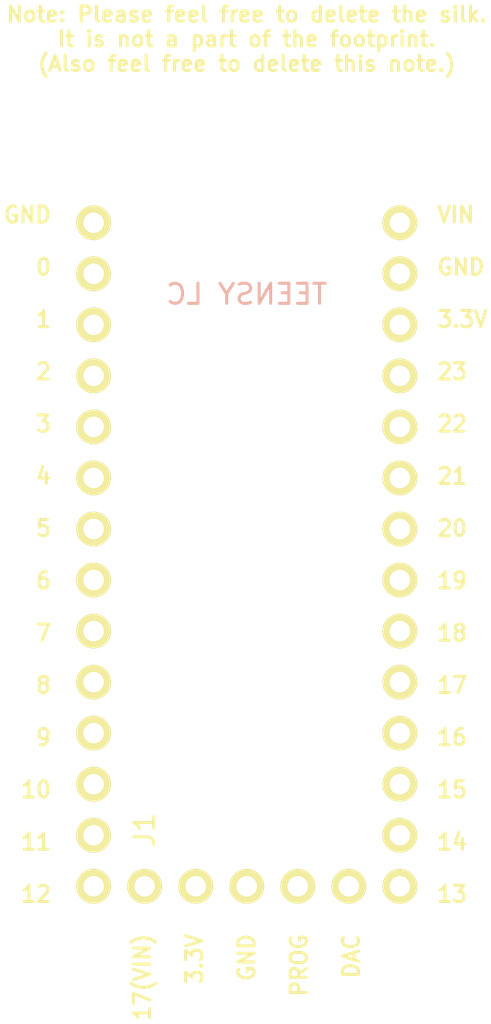
<source format=kicad_pcb>
(kicad_pcb (version 4) (host pcbnew 4.0.1-3.201512221402+6198~38~ubuntu14.04.1-stable)

  (general
    (links 3)
    (no_connects 3)
    (area 90.094999 71.043799 178.510001 123.265001)
    (thickness 1.6)
    (drawings 21)
    (tracks 0)
    (zones 0)
    (modules 1)
    (nets 3)
  )

  (page A4)
  (title_block
    (company "This design uses a KiCad DIP template created by Jenner at Wickerbox Electronics")
    (comment 1 "Released under the CERN Open Hardware License v1.2")
  )

  (layers
    (0 F.Cu signal)
    (31 B.Cu signal)
    (34 B.Paste user)
    (35 F.Paste user)
    (36 B.SilkS user)
    (37 F.SilkS user)
    (38 B.Mask user)
    (39 F.Mask user)
    (44 Edge.Cuts user)
    (46 B.CrtYd user hide)
    (47 F.CrtYd user)
    (48 B.Fab user hide)
    (49 F.Fab user hide)
  )

  (setup
    (last_trace_width 0.254)
    (user_trace_width 0.1524)
    (user_trace_width 0.254)
    (user_trace_width 0.3302)
    (user_trace_width 0.508)
    (user_trace_width 0.762)
    (user_trace_width 1.27)
    (trace_clearance 0.254)
    (zone_clearance 0.508)
    (zone_45_only no)
    (trace_min 0.1524)
    (segment_width 0.15)
    (edge_width 0.15)
    (via_size 0.6858)
    (via_drill 0.3302)
    (via_min_size 0.6858)
    (via_min_drill 0.3302)
    (user_via 0.6858 0.3302)
    (user_via 0.762 0.4064)
    (user_via 0.8636 0.508)
    (uvia_size 0.6858)
    (uvia_drill 0.3302)
    (uvias_allowed no)
    (uvia_min_size 0)
    (uvia_min_drill 0)
    (pcb_text_width 0.1524)
    (pcb_text_size 0.762 0.762)
    (mod_edge_width 0.15)
    (mod_text_size 0.762 0.762)
    (mod_text_width 0.1524)
    (pad_size 1.7272 1.7272)
    (pad_drill 1.016)
    (pad_to_mask_clearance 0.0762)
    (solder_mask_min_width 0.1016)
    (aux_axis_origin 0 0)
    (visible_elements FFFEDF7D)
    (pcbplotparams
      (layerselection 0x010fc_80000001)
      (usegerberextensions true)
      (excludeedgelayer true)
      (linewidth 0.100000)
      (plotframeref false)
      (viasonmask false)
      (mode 1)
      (useauxorigin false)
      (hpglpennumber 1)
      (hpglpenspeed 20)
      (hpglpendiameter 15)
      (hpglpenoverlay 2)
      (psnegative false)
      (psa4output false)
      (plotreference true)
      (plotvalue true)
      (plotinvisibletext false)
      (padsonsilk false)
      (subtractmaskfromsilk false)
      (outputformat 1)
      (mirror false)
      (drillshape 0)
      (scaleselection 1)
      (outputdirectory test-board-gerbers))
  )

  (net 0 "")
  (net 1 GND)
  (net 2 +3V3)

  (net_class Default "This is the default net class."
    (clearance 0.254)
    (trace_width 0.254)
    (via_dia 0.6858)
    (via_drill 0.3302)
    (uvia_dia 0.6858)
    (uvia_drill 0.3302)
    (add_net +3V3)
    (add_net GND)
  )

  (module Wickerlib:TEENSY-LC (layer F.Cu) (tedit 5737A410) (tstamp 57379F2D)
    (at 105.41 82.804)
    (path /57379A54)
    (fp_text reference J1 (at -7.62 20.066 270) (layer F.SilkS)
      (effects (font (size 1 1) (thickness 0.15)))
    )
    (fp_text value "TEENSY LC" (at -2.54 20.32 180) (layer F.Fab)
      (effects (font (size 1 1) (thickness 0.15)))
    )
    (fp_text user "TEENSY LC" (at -2.54 -6.604 180) (layer B.SilkS)
      (effects (font (size 1 1) (thickness 0.15)) (justify mirror))
    )
    (fp_line (start -11.43 24.13) (end 6.35 24.13) (layer F.CrtYd) (width 0.1524))
    (fp_line (start -11.43 -11.43) (end -11.43 24.13) (layer F.CrtYd) (width 0.1524))
    (fp_line (start 6.35 -11.43) (end -11.43 -11.43) (layer F.CrtYd) (width 0.1524))
    (fp_line (start 6.35 24.13) (end 6.35 -11.43) (layer F.CrtYd) (width 0.1524))
    (pad G1 thru_hole circle (at -10.16 -10.16) (size 1.7272 1.7272) (drill 1.016) (layers *.Cu *.Mask F.SilkS)
      (net 1 GND))
    (pad 0 thru_hole circle (at -10.16 -7.62) (size 1.7272 1.7272) (drill 1.016) (layers *.Cu *.Mask F.SilkS))
    (pad 1 thru_hole circle (at -10.16 -5.08) (size 1.7272 1.7272) (drill 1.016) (layers *.Cu *.Mask F.SilkS))
    (pad 2 thru_hole circle (at -10.16 -2.54) (size 1.7272 1.7272) (drill 1.016) (layers *.Cu *.Mask F.SilkS))
    (pad 3 thru_hole circle (at -10.16 0) (size 1.7272 1.7272) (drill 1.016) (layers *.Cu *.Mask F.SilkS))
    (pad 4 thru_hole circle (at -10.16 2.54) (size 1.7272 1.7272) (drill 1.016) (layers *.Cu *.Mask F.SilkS))
    (pad 5 thru_hole circle (at -10.16 5.08) (size 1.7272 1.7272) (drill 1.016) (layers *.Cu *.Mask F.SilkS))
    (pad 6 thru_hole circle (at -10.16 7.62) (size 1.7272 1.7272) (drill 1.016) (layers *.Cu *.Mask F.SilkS))
    (pad 7 thru_hole circle (at -10.16 10.16) (size 1.7272 1.7272) (drill 1.016) (layers *.Cu *.Mask F.SilkS))
    (pad 8 thru_hole circle (at -10.16 12.7) (size 1.7272 1.7272) (drill 1.016) (layers *.Cu *.Mask F.SilkS))
    (pad 9 thru_hole circle (at -10.16 15.24) (size 1.7272 1.7272) (drill 1.016) (layers *.Cu *.Mask F.SilkS))
    (pad 10 thru_hole circle (at -10.16 17.78) (size 1.7272 1.7272) (drill 1.016) (layers *.Cu *.Mask F.SilkS))
    (pad 11 thru_hole circle (at -10.16 20.32) (size 1.7272 1.7272) (drill 1.016) (layers *.Cu *.Mask F.SilkS))
    (pad 12 thru_hole circle (at -10.16 22.86) (size 1.7272 1.7272) (drill 1.016) (layers *.Cu *.Mask F.SilkS))
    (pad 17A thru_hole circle (at -7.62 22.86) (size 1.7272 1.7272) (drill 1.016) (layers *.Cu *.Mask F.SilkS))
    (pad 3V1 thru_hole circle (at -5.08 22.86) (size 1.7272 1.7272) (drill 1.016) (layers *.Cu *.Mask F.SilkS)
      (net 2 +3V3))
    (pad G2 thru_hole circle (at -2.54 22.86) (size 1.7272 1.7272) (drill 1.016) (layers *.Cu *.Mask F.SilkS)
      (net 1 GND))
    (pad PGM thru_hole circle (at 0 22.86) (size 1.7272 1.7272) (drill 1.016) (layers *.Cu *.Mask F.SilkS))
    (pad DAC thru_hole circle (at 2.54 22.86) (size 1.7272 1.7272) (drill 1.016) (layers *.Cu *.Mask F.SilkS))
    (pad 13 thru_hole circle (at 5.08 22.86) (size 1.7272 1.7272) (drill 1.016) (layers *.Cu *.Mask F.SilkS))
    (pad 16 thru_hole circle (at 5.08 15.24) (size 1.7272 1.7272) (drill 1.016) (layers *.Cu *.Mask F.SilkS))
    (pad 3V2 thru_hole circle (at 5.08 -5.08) (size 1.7272 1.7272) (drill 1.016) (layers *.Cu *.Mask F.SilkS)
      (net 2 +3V3))
    (pad 18 thru_hole circle (at 5.08 10.16) (size 1.7272 1.7272) (drill 1.016) (layers *.Cu *.Mask F.SilkS))
    (pad 17 thru_hole circle (at 5.08 12.7) (size 1.7272 1.7272) (drill 1.016) (layers *.Cu *.Mask F.SilkS))
    (pad G3 thru_hole circle (at 5.08 -7.62) (size 1.7272 1.7272) (drill 1.016) (layers *.Cu *.Mask F.SilkS)
      (net 1 GND))
    (pad 22 thru_hole circle (at 5.08 0) (size 1.7272 1.7272) (drill 1.016) (layers *.Cu *.Mask F.SilkS))
    (pad VIN thru_hole circle (at 5.08 -10.16) (size 1.7272 1.7272) (drill 1.016) (layers *.Cu *.Mask F.SilkS))
    (pad 21 thru_hole circle (at 5.08 2.54) (size 1.7272 1.7272) (drill 1.016) (layers *.Cu *.Mask F.SilkS))
    (pad 20 thru_hole circle (at 5.08 5.08) (size 1.7272 1.7272) (drill 1.016) (layers *.Cu *.Mask F.SilkS))
    (pad 19 thru_hole circle (at 5.08 7.62) (size 1.7272 1.7272) (drill 1.016) (layers *.Cu *.Mask F.SilkS))
    (pad 23 thru_hole circle (at 5.08 -2.54) (size 1.7272 1.7272) (drill 1.016) (layers *.Cu *.Mask F.SilkS))
    (pad 14 thru_hole circle (at 5.08 20.32) (size 1.7272 1.7272) (drill 1.016) (layers *.Cu *.Mask F.SilkS))
    (pad 15 thru_hole circle (at 5.08 17.78) (size 1.7272 1.7272) (drill 1.016) (layers *.Cu *.Mask F.SilkS))
  )

  (gr_text "Note: Please feel free to delete the silk.\nIt is not a part of the footprint.\n(Also feel free to delete this note.)" (at 102.87 63.5) (layer F.SilkS)
    (effects (font (size 0.762 0.762) (thickness 0.1524)))
  )
  (gr_text "VIN\n\nGND\n\n3.3V\n\n23\n\n22\n\n21\n\n20\n\n19\n\n18\n\n17\n\n16\n\n15\n\n14\n\n13\n" (at 112.268 89.154) (layer F.SilkS)
    (effects (font (size 0.80772 0.762) (thickness 0.1524)) (justify left))
  )
  (gr_text "GND\n\n0\n\n1\n\n2\n\n3\n\n4\n\n5\n\n6\n\n7\n\n8\n\n9\n\n10\n\n11\n\n12" (at 93.218 89.154) (layer F.SilkS) (tstamp 5737A2C9)
    (effects (font (size 0.80772 0.762) (thickness 0.1524)) (justify right))
  )
  (gr_text "17(VIN)\n\n3.3V\n\nGND\n\nPROG\n\nDAC" (at 102.87 107.95 90) (layer F.SilkS) (tstamp 5737A2FF)
    (effects (font (size 0.80772 0.762) (thickness 0.1524)) (justify right))
  )
  (gr_circle (center 117.348 76.962) (end 118.618 76.962) (layer Dwgs.User) (width 0.15))
  (gr_line (start 114.427 78.994) (end 114.427 74.93) (angle 90) (layer Dwgs.User) (width 0.15))
  (gr_line (start 120.269 78.994) (end 114.427 78.994) (angle 90) (layer Dwgs.User) (width 0.15))
  (gr_line (start 120.269 74.93) (end 120.269 78.994) (angle 90) (layer Dwgs.User) (width 0.15))
  (gr_line (start 114.427 74.93) (end 120.269 74.93) (angle 90) (layer Dwgs.User) (width 0.15))
  (gr_line (start 120.523 93.98) (end 104.648 93.98) (angle 90) (layer Dwgs.User) (width 0.15))
  (gr_line (start 173.355 102.235) (end 173.355 94.615) (angle 90) (layer Dwgs.User) (width 0.15))
  (gr_line (start 178.435 102.235) (end 173.355 102.235) (angle 90) (layer Dwgs.User) (width 0.15))
  (gr_line (start 178.435 94.615) (end 178.435 102.235) (angle 90) (layer Dwgs.User) (width 0.15))
  (gr_line (start 173.355 94.615) (end 178.435 94.615) (angle 90) (layer Dwgs.User) (width 0.15))
  (gr_line (start 109.093 123.19) (end 109.093 114.3) (angle 90) (layer Dwgs.User) (width 0.15))
  (gr_line (start 122.428 123.19) (end 109.093 123.19) (angle 90) (layer Dwgs.User) (width 0.15))
  (gr_line (start 122.428 114.3) (end 122.428 123.19) (angle 90) (layer Dwgs.User) (width 0.15))
  (gr_line (start 109.093 114.3) (end 122.428 114.3) (angle 90) (layer Dwgs.User) (width 0.15))
  (gr_line (start 104.648 93.98) (end 104.648 82.55) (angle 90) (layer Dwgs.User) (width 0.15))
  (gr_line (start 120.523 82.55) (end 120.523 93.98) (angle 90) (layer Dwgs.User) (width 0.15))
  (gr_line (start 104.648 82.55) (end 120.523 82.55) (angle 90) (layer Dwgs.User) (width 0.15))

)

</source>
